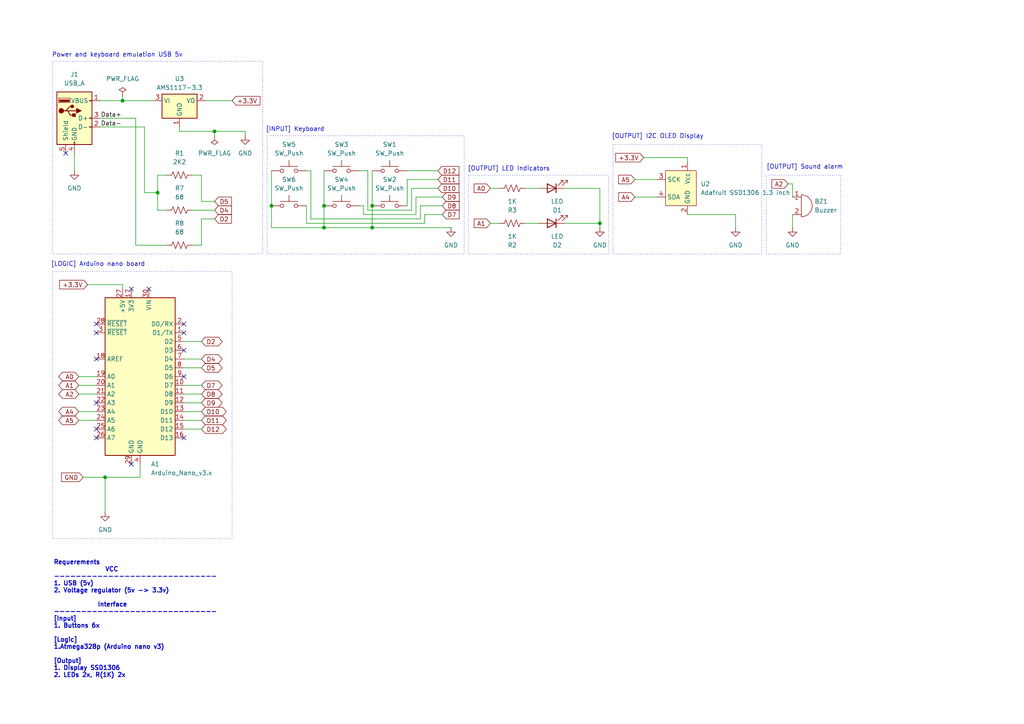
<source format=kicad_sch>
(kicad_sch (version 20250114) (generator "eeschema") (generator_version "9.0")
  (paper "A4")
  (title_block (title "SpeedJeck") (date "2025-11-02") (rev "1") (company "CERCELL") (comment 1 "SpeedJeck") (comment 2 "1v") (comment 3 "Emulation a keyboard typing,") (comment 4 "password manager for PC"))
  (lib_symbols
    (symbol "Arduino_modules:Adafruit_SSD1306"
      (property "Reference" "U" (at 0 2.032 0))
      (property "Value" "Adafruit SSD1306" (at 0 -0.762 0))
      (symbol "Adafruit_SSD1306_1_1"
        (rectangle (start -6.35 -6.35) (end 2.54 -16.51) (fill (type background)))
        (pin input line (at -8.89 -8.89 0) (length 2.54) (name "SCK") (number "3"))
        (pin input line (at -8.89 -13.97 0) (length 2.54) (name "SDA") (number "4"))
        (pin power_in line (at 0 -3.81 270) (length 2.54) (name "Vcc") (number "1"))
        (pin power_in line (at 0 -19.05 90) (length 2.54) (name "GND") (number "2"))
      )
    )
    (symbol "Arduino_modules:Arduino_Nano_v3.x"
      (property "Reference" "A" (at -10.16 23.495 0))
      (property "Value" "Arduino_Nano_v3.x" (at 5.08 -24.13 0))
      (symbol "Arduino_Nano_v3.x_0_1"
        (rectangle (start -10.16 22.86) (end 10.16 -22.86) (stroke (width 0.254)) (fill (type background)))
      )
      (symbol "Arduino_Nano_v3.x_1_1"
        (pin bidirectional line (at -12.7 15.24 0) (length 2.54) (name "D0/RX") (number "2"))
        (pin bidirectional line (at -12.7 12.7 0) (length 2.54) (name "D1/TX") (number "1"))
        (pin bidirectional line (at -12.7 10.16 0) (length 2.54) (name "D2") (number "5"))
        (pin bidirectional line (at -12.7 7.62 0) (length 2.54) (name "D3") (number "6"))
        (pin bidirectional line (at -12.7 5.08 0) (length 2.54) (name "D4") (number "7"))
        (pin bidirectional line (at -12.7 2.54 0) (length 2.54) (name "D5") (number "8"))
        (pin bidirectional line (at -12.7 0 0) (length 2.54) (name "D6") (number "9"))
        (pin bidirectional line (at -12.7 -2.54 0) (length 2.54) (name "D7") (number "10"))
        (pin bidirectional line (at -12.7 -5.08 0) (length 2.54) (name "D8") (number "11"))
        (pin bidirectional line (at -12.7 -7.62 0) (length 2.54) (name "D9") (number "12"))
        (pin bidirectional line (at -12.7 -10.16 0) (length 2.54) (name "D10") (number "13"))
        (pin bidirectional line (at -12.7 -12.7 0) (length 2.54) (name "D11") (number "14"))
        (pin bidirectional line (at -12.7 -15.24 0) (length 2.54) (name "D12") (number "15"))
        (pin bidirectional line (at -12.7 -17.78 0) (length 2.54) (name "D13") (number "16"))
        (pin power_in line (at -2.54 25.4 270) (length 2.54) (name "VIN") (number "30"))
        (pin power_in line (at 0 -25.4 90) (length 2.54) (name "GND") (number "4"))
        (pin power_out line (at 2.54 25.4 270) (length 2.54) (name "3V3") (number "17"))
        (pin power_in line (at 2.54 -25.4 90) (length 2.54) (name "GND") (number "29"))
        (pin power_in line (at 5.08 25.4 270) (length 2.54) (name "+5V") (number "27"))
        (pin input line (at 12.7 15.24 180) (length 2.54) (name "~{RESET}") (number "28"))
        (pin input line (at 12.7 12.7 180) (length 2.54) (name "~{RESET}") (number "3"))
        (pin input line (at 12.7 5.08 180) (length 2.54) (name "AREF") (number "18"))
        (pin bidirectional line (at 12.7 0 180) (length 2.54) (name "A0") (number "19"))
        (pin bidirectional line (at 12.7 -2.54 180) (length 2.54) (name "A1") (number "20"))
        (pin bidirectional line (at 12.7 -5.08 180) (length 2.54) (name "A2") (number "21"))
        (pin bidirectional line (at 12.7 -7.62 180) (length 2.54) (name "A3") (number "22"))
        (pin bidirectional line (at 12.7 -10.16 180) (length 2.54) (name "A4") (number "23"))
        (pin bidirectional line (at 12.7 -12.7 180) (length 2.54) (name "A5") (number "24"))
        (pin bidirectional line (at 12.7 -15.24 180) (length 2.54) (name "A6") (number "25"))
        (pin bidirectional line (at 12.7 -17.78 180) (length 2.54) (name "A7") (number "26"))
      )
    )
    (symbol "Connector:USB_A" (pin_names (offset 1.016))
      (property "Reference" "J" (at -5.08 11.43 0))
      (property "Value" "USB_A" (at -5.08 8.89 0))
      (symbol "USB_A_0_1"
        (rectangle (start -5.08 -7.62) (end 5.08 7.62) (stroke (width 0.254)) (fill (type background)))
        (circle (center -3.81 2.159) (radius 0.635) (stroke (width 0.254)) (fill (type outline)))
        (polyline (pts (xy -3.175 2.159) (xy -2.54 2.159) (xy -1.27 3.429) (xy -0.635 3.429)) (stroke (width 0.254)))
        (polyline (pts (xy -2.54 2.159) (xy -1.905 2.159) (xy -1.27 0.889) (xy 0 0.889)) (stroke (width 0.254)))
        (rectangle (start -1.524 4.826) (end -4.318 5.334) (fill (type outline)))
        (rectangle (start -1.27 4.572) (end -4.572 5.842))
        (circle (center -0.635 3.429) (radius 0.381) (stroke (width 0.254)) (fill (type outline)))
        (rectangle (start -0.127 -7.62) (end 0.127 -6.858))
        (rectangle (start 0.254 1.27) (end -0.508 0.508) (stroke (width 0.254)) (fill (type outline)))
        (polyline (pts (xy 0.635 2.794) (xy 0.635 1.524) (xy 1.905 2.159) (xy 0.635 2.794)) (stroke (width 0.254)) (fill (type outline)))
        (rectangle (start 5.08 4.953) (end 4.318 5.207))
        (rectangle (start 5.08 -0.127) (end 4.318 0.127))
        (rectangle (start 5.08 -2.667) (end 4.318 -2.413))
      )
      (symbol "USB_A_1_1"
        (polyline (pts (xy -1.905 2.159) (xy 0.635 2.159)) (stroke (width 0.254)))
        (pin passive line (at -2.54 -10.16 90) (length 2.54) (name "Shield") (number "5"))
        (pin power_in line (at 0 -10.16 90) (length 2.54) (name "GND") (number "4"))
        (pin power_in line (at 7.62 5.08 180) (length 2.54) (name "VBUS") (number "1"))
        (pin bidirectional line (at 7.62 0 180) (length 2.54) (name "D+") (number "3"))
        (pin bidirectional line (at 7.62 -2.54 180) (length 2.54) (name "D-") (number "2"))
      )
    )
    (symbol "Device:Buzzer" (pin_names (offset 0.0254) (hide yes))
      (property "Reference" "BZ" (at 3.81 1.27 0))
      (property "Value" "Buzzer" (at 3.81 -1.27 0))
      (symbol "Buzzer_0_1"
        (polyline (pts (xy -1.651 1.905) (xy -1.143 1.905)))
        (polyline (pts (xy -1.397 2.159) (xy -1.397 1.651)))
        (arc (start 0 3.175) (mid 3.1612 0) (end 0 -3.175))
        (polyline (pts (xy 0 3.175) (xy 0 -3.175)))
      )
      (symbol "Buzzer_1_1"
        (pin passive line (at -2.54 2.54 0) (length 2.54) (name "+") (number "1"))
        (pin passive line (at -2.54 -2.54 0) (length 2.54) (name "-") (number "2"))
      )
    )
    (symbol "Device:LED" (pin_numbers (hide yes)) (pin_names (offset 1.016) (hide yes))
      (property "Reference" "D" (at 0 2.54 0))
      (property "Value" "LED" (at 0 -2.54 0))
      (symbol "LED_0_1"
        (polyline (pts (xy -3.048 -0.762) (xy -4.572 -2.286) (xy -3.81 -2.286) (xy -4.572 -2.286) (xy -4.572 -1.524)))
        (polyline (pts (xy -1.778 -0.762) (xy -3.302 -2.286) (xy -2.54 -2.286) (xy -3.302 -2.286) (xy -3.302 -1.524)))
        (polyline (pts (xy -1.27 0) (xy 1.27 0)))
        (polyline (pts (xy -1.27 -1.27) (xy -1.27 1.27)) (stroke (width 0.254)))
        (polyline (pts (xy 1.27 -1.27) (xy 1.27 1.27) (xy -1.27 0) (xy 1.27 -1.27)) (stroke (width 0.254)))
      )
      (symbol "LED_1_1"
        (pin passive line (at -3.81 0 0) (length 2.54) (name "K") (number "1"))
        (pin passive line (at 3.81 0 180) (length 2.54) (name "A") (number "2"))
      )
    )
    (symbol "Device:R_US" (pin_numbers (hide yes)) (pin_names (offset 0))
      (property "Reference" "R" (at 2.54 0 90))
      (property "Value" "R_US" (at -2.54 0 90))
      (symbol "R_US_0_1"
        (polyline (pts (xy 0 2.286) (xy 0 2.54)))
        (polyline (pts (xy 0 2.286) (xy 1.016 1.905) (xy 0 1.524) (xy -1.016 1.143) (xy 0 0.762)))
        (polyline (pts (xy 0 0.762) (xy 1.016 0.381) (xy 0 0) (xy -1.016 -0.381) (xy 0 -0.762)))
        (polyline (pts (xy 0 -0.762) (xy 1.016 -1.143) (xy 0 -1.524) (xy -1.016 -1.905) (xy 0 -2.286)))
        (polyline (pts (xy 0 -2.286) (xy 0 -2.54)))
      )
      (symbol "R_US_1_1"
        (pin passive line (at 0 3.81 270) (length 1.27) (name "~") (number "1"))
        (pin passive line (at 0 -3.81 90) (length 1.27) (name "~") (number "2"))
      )
    )
    (symbol "Regulator_Linear:AMS1117-3.3"
      (property "Reference" "U" (at -3.81 3.175 0))
      (property "Value" "AMS1117-3.3" (at 0 3.175 0))
      (symbol "AMS1117-3.3_0_1"
        (rectangle (start -5.08 -5.08) (end 5.08 1.905) (stroke (width 0.254)) (fill (type background)))
      )
      (symbol "AMS1117-3.3_1_1"
        (pin power_in line (at -7.62 0 0) (length 2.54) (name "VI") (number "3"))
        (pin power_in line (at 0 -7.62 90) (length 2.54) (name "GND") (number "1"))
        (pin power_out line (at 7.62 0 180) (length 2.54) (name "VO") (number "2"))
      )
    )
    (symbol "Switch:SW_Push" (pin_numbers (hide yes)) (pin_names (offset 1.016) (hide yes))
      (property "Reference" "SW" (at 1.27 2.54 0))
      (property "Value" "SW_Push" (at 0 -1.524 0))
      (symbol "SW_Push_0_1"
        (circle (center -2.032 0) (radius 0.508))
        (polyline (pts (xy 0 1.27) (xy 0 3.048)))
        (circle (center 2.032 0) (radius 0.508))
        (polyline (pts (xy 2.54 1.27) (xy -2.54 1.27)))
        (pin passive line (at -5.08 0 0) (length 2.54) (name "1") (number "1"))
        (pin passive line (at 5.08 0 180) (length 2.54) (name "2") (number "2"))
      )
    )
    (symbol "power:GND" (power) (pin_numbers (hide yes)) (pin_names (offset 0) (hide yes))
      (property "Value" "GND" (at 0 -3.81 0))
      (symbol "GND_0_1"
        (polyline (pts (xy 0 0) (xy 0 -1.27) (xy 1.27 -1.27) (xy 0 -2.54) (xy -1.27 -1.27) (xy 0 -1.27)))
      )
      (symbol "GND_1_1"
        (pin power_in line (at 0 0 270) (length 0) (name "~") (number "1"))
      )
    )
    (symbol "power:PWR_FLAG" (power) (pin_numbers (hide yes)) (pin_names (offset 0) (hide yes))
      (property "Value" "PWR_FLAG" (at 0 3.81 0))
      (symbol "PWR_FLAG_0_0"
        (pin power_out line (at 0 0 90) (length 0) (name "~") (number "1"))
      )
      (symbol "PWR_FLAG_0_1"
        (polyline (pts (xy 0 0) (xy 0 1.27) (xy -1.016 1.905) (xy 0 2.54) (xy 1.016 1.905) (xy 0 1.27)))
      )
    )
  )
  (rectangle (start 15.24 78.74) (end 67.31 156.21) (stroke (width 0) (type dot)))
  (rectangle (start 222.25 50.8) (end 243.84 73.66) (stroke (width 0) (type dot)))
  (rectangle (start 135.89 50.8) (end 176.53 73.66) (stroke (width 0) (type dot)))
  (rectangle (start 77.47 39.37) (end 134.62 73.66) (stroke (width 0) (type dot)))
  (rectangle (start 15.24 17.78) (end 76.2 73.66) (stroke (width 0) (type dot)))
  (rectangle (start 177.8 41.91) (end 220.98 73.66) (stroke (width 0) (type dot)))
  (text "[INPUT] Keyboard" (at 85.598 37.592 0) (effects (font (size 1.27 1.27))))
  (text "[LOGIC] Arduino nano board" (at 28.448 76.708 0) (effects (font (size 1.27 1.27))))
  (text "Requerements\n			VCC\n------------------------------\n1. USB (5v) \n2. Voltage regulator (5v -> 3.3v)\n\n		   Interface\n------------------------------\n[Input]\n1. Buttons 6x\n\n[Logic]\n1.Atmega328p (Arduino nano v3)\n\n[Output]\n1. Display SSD1306\n2. LEDs 2x, R(1K) 2x\n" (at 15.494 179.578 0) (effects (font (size 1.27 1.27) (thickness 0.254) (bold yes)) (justify left)))
  (text "[OUTPUT] I2C OLED Display" (at 190.754 39.624 0) (effects (font (size 1.27 1.27))))
  (text "[OUTPUT] LED Indicators" (at 147.574 49.022 0) (effects (font (size 1.27 1.27))))
  (text "[OUTPUT] Sound alarm" (at 233.426 48.514 0) (effects (font (size 1.27 1.27))))
  (text "Power and keyboard emulation USB 5v" (at 34.036 16.002 0) (effects (font (size 1.27 1.27))))
  (junction (at 78.74 59.69))
  (junction (at 35.56 29.21))
  (junction (at 93.98 66.04))
  (junction (at 107.95 66.04))
  (junction (at 107.95 59.69))
  (junction (at 45.72 55.88))
  (junction (at 93.98 59.69))
  (junction (at 62.23 38.1))
  (junction (at 30.48 138.43))
  (junction (at 173.99 64.77))
  (no_connect (at 53.34 109.22))
  (no_connect (at 38.1 134.62))
  (no_connect (at 53.34 96.52))
  (no_connect (at 53.34 101.6))
  (no_connect (at 53.34 93.98))
  (no_connect (at 53.34 127))
  (no_connect (at 27.94 124.46))
  (no_connect (at 27.94 116.84))
  (no_connect (at 19.05 44.45))
  (no_connect (at 27.94 104.14))
  (no_connect (at 27.94 93.98))
  (no_connect (at 38.1 83.82))
  (no_connect (at 27.94 96.52))
  (no_connect (at 43.18 83.82))
  (no_connect (at 27.94 127))
  (wire (pts (xy 25.4 82.55) (xy 35.56 82.55)))
  (wire (pts (xy 104.14 59.69) (xy 105.41 59.69)))
  (wire (pts (xy 59.69 29.21) (xy 67.31 29.21)))
  (wire (pts (xy 119.38 54.61) (xy 127 54.61)))
  (wire (pts (xy 58.42 121.92) (xy 53.34 121.92)))
  (wire (pts (xy 39.37 34.29) (xy 39.37 71.12)))
  (wire (pts (xy 52.07 36.83) (xy 52.07 38.1)))
  (wire (pts (xy 39.37 71.12) (xy 48.26 71.12)))
  (wire (pts (xy 163.83 54.61) (xy 173.99 54.61)))
  (wire (pts (xy 228.6 53.34) (xy 229.87 53.34)))
  (wire (pts (xy 128.27 57.15) (xy 120.65 57.15)))
  (wire (pts (xy 35.56 29.21) (xy 44.45 29.21)))
  (wire (pts (xy 22.86 114.3) (xy 27.94 114.3)))
  (wire (pts (xy 104.14 49.53) (xy 106.68 49.53)))
  (wire (pts (xy 107.95 59.69) (xy 107.95 66.04)))
  (wire (pts (xy 45.72 55.88) (xy 45.72 60.96)))
  (wire (pts (xy 120.65 62.23) (xy 120.65 57.15)))
  (wire (pts (xy 71.12 39.37) (xy 71.12 38.1)))
  (wire (pts (xy 213.36 66.04) (xy 213.36 62.23)))
  (wire (pts (xy 58.42 116.84) (xy 53.34 116.84)))
  (wire (pts (xy 173.99 54.61) (xy 173.99 64.77)))
  (wire (pts (xy 29.21 34.29) (xy 39.37 34.29)))
  (wire (pts (xy 22.86 121.92) (xy 27.94 121.92)))
  (wire (pts (xy 121.92 59.69) (xy 128.27 59.69)))
  (wire (pts (xy 62.23 63.5) (xy 58.42 63.5)))
  (wire (pts (xy 186.69 45.72) (xy 199.39 45.72)))
  (wire (pts (xy 128.27 62.23) (xy 123.19 62.23)))
  (wire (pts (xy 190.5 52.07) (xy 184.15 52.07)))
  (wire (pts (xy 93.98 66.04) (xy 78.74 66.04)))
  (wire (pts (xy 29.21 36.83) (xy 41.91 36.83)))
  (wire (pts (xy 58.42 63.5) (xy 58.42 71.12)))
  (wire (pts (xy 45.72 50.8) (xy 45.72 55.88)))
  (wire (pts (xy 58.42 99.06) (xy 53.34 99.06)))
  (wire (pts (xy 107.95 49.53) (xy 107.95 59.69)))
  (wire (pts (xy 123.19 64.77) (xy 123.19 62.23)))
  (wire (pts (xy 29.21 29.21) (xy 35.56 29.21)))
  (wire (pts (xy 156.21 64.77) (xy 152.4 64.77)))
  (wire (pts (xy 41.91 36.83) (xy 41.91 55.88)))
  (wire (pts (xy 40.64 138.43) (xy 40.64 134.62)))
  (wire (pts (xy 156.21 54.61) (xy 152.4 54.61)))
  (wire (pts (xy 35.56 82.55) (xy 35.56 83.82)))
  (wire (pts (xy 105.41 59.69) (xy 105.41 62.23)))
  (wire (pts (xy 88.9 59.69) (xy 88.9 64.77)))
  (wire (pts (xy 229.87 53.34) (xy 229.87 57.15)))
  (wire (pts (xy 22.86 109.22) (xy 27.94 109.22)))
  (wire (pts (xy 184.15 57.15) (xy 190.5 57.15)))
  (wire (pts (xy 106.68 49.53) (xy 106.68 60.96)))
  (wire (pts (xy 199.39 45.72) (xy 199.39 46.99)))
  (wire (pts (xy 90.17 63.5) (xy 121.92 63.5)))
  (wire (pts (xy 58.42 114.3) (xy 53.34 114.3)))
  (wire (pts (xy 106.68 60.96) (xy 119.38 60.96)))
  (wire (pts (xy 55.88 50.8) (xy 58.42 50.8)))
  (wire (pts (xy 30.48 138.43) (xy 40.64 138.43)))
  (wire (pts (xy 90.17 49.53) (xy 90.17 63.5)))
  (wire (pts (xy 24.13 138.43) (xy 30.48 138.43)))
  (wire (pts (xy 105.41 62.23) (xy 120.65 62.23)))
  (wire (pts (xy 58.42 58.42) (xy 58.42 50.8)))
  (wire (pts (xy 21.59 44.45) (xy 21.59 49.53)))
  (wire (pts (xy 58.42 119.38) (xy 53.34 119.38)))
  (wire (pts (xy 88.9 64.77) (xy 123.19 64.77)))
  (wire (pts (xy 229.87 62.23) (xy 229.87 66.04)))
  (wire (pts (xy 22.86 111.76) (xy 27.94 111.76)))
  (wire (pts (xy 121.92 63.5) (xy 121.92 59.69)))
  (wire (pts (xy 78.74 59.69) (xy 78.74 66.04)))
  (wire (pts (xy 127 49.53) (xy 118.11 49.53)))
  (wire (pts (xy 30.48 138.43) (xy 30.48 148.59)))
  (wire (pts (xy 93.98 49.53) (xy 93.98 59.69)))
  (wire (pts (xy 71.12 38.1) (xy 62.23 38.1)))
  (wire (pts (xy 142.24 54.61) (xy 144.78 54.61)))
  (wire (pts (xy 173.99 64.77) (xy 173.99 66.04)))
  (wire (pts (xy 58.42 71.12) (xy 55.88 71.12)))
  (wire (pts (xy 118.11 52.07) (xy 127 52.07)))
  (wire (pts (xy 78.74 49.53) (xy 78.74 59.69)))
  (wire (pts (xy 55.88 60.96) (xy 62.23 60.96)))
  (wire (pts (xy 41.91 55.88) (xy 45.72 55.88)))
  (wire (pts (xy 35.56 27.94) (xy 35.56 29.21)))
  (wire (pts (xy 107.95 66.04) (xy 130.81 66.04)))
  (wire (pts (xy 199.39 62.23) (xy 213.36 62.23)))
  (wire (pts (xy 119.38 60.96) (xy 119.38 54.61)))
  (wire (pts (xy 22.86 119.38) (xy 27.94 119.38)))
  (wire (pts (xy 62.23 58.42) (xy 58.42 58.42)))
  (wire (pts (xy 107.95 66.04) (xy 93.98 66.04)))
  (wire (pts (xy 93.98 59.69) (xy 93.98 66.04)))
  (wire (pts (xy 118.11 59.69) (xy 118.11 52.07)))
  (wire (pts (xy 142.24 64.77) (xy 144.78 64.77)))
  (wire (pts (xy 88.9 49.53) (xy 90.17 49.53)))
  (wire (pts (xy 58.42 111.76) (xy 53.34 111.76)))
  (wire (pts (xy 163.83 64.77) (xy 173.99 64.77)))
  (wire (pts (xy 62.23 38.1) (xy 62.23 39.37)))
  (wire (pts (xy 58.42 106.68) (xy 53.34 106.68)))
  (wire (pts (xy 45.72 60.96) (xy 48.26 60.96)))
  (wire (pts (xy 48.26 50.8) (xy 45.72 50.8)))
  (wire (pts (xy 58.42 124.46) (xy 53.34 124.46)))
  (wire (pts (xy 58.42 104.14) (xy 53.34 104.14)))
  (wire (pts (xy 62.23 38.1) (xy 52.07 38.1)))
  (label "Data-" (at 29.21 36.83 0))
  (label "Data+" (at 29.21 34.29 0))
  (global_label "D2" (shape bidirectional) (at 58.42 99.06 0) (property "Intersheetrefs" "${INTERSHEET_REFS}" (effects (hide yes))))
  (global_label "A5" (shape bidirectional) (at 22.86 121.92 180) (property "Intersheetrefs" "${INTERSHEET_REFS}" (effects (hide yes))))
  (global_label "+3.3V" (shape input) (at 67.31 29.21 0) (property "Intersheetrefs" "${INTERSHEET_REFS}" (effects (hide yes))))
  (global_label "A0" (shape input) (at 142.24 54.61 180) (property "Intersheetrefs" "${INTERSHEET_REFS}" (effects (hide yes))))
  (global_label "D11" (shape bidirectional) (at 58.42 121.92 0) (property "Intersheetrefs" "${INTERSHEET_REFS}" (effects (hide yes))))
  (global_label "+3.3V" (shape input) (at 186.69 45.72 180) (property "Intersheetrefs" "${INTERSHEET_REFS}" (effects (hide yes))))
  (global_label "D8" (shape input) (at 128.27 59.69 0) (property "Intersheetrefs" "${INTERSHEET_REFS}" (effects (hide yes))))
  (global_label "+3.3V" (shape input) (at 25.4 82.55 180) (property "Intersheetrefs" "${INTERSHEET_REFS}" (effects (hide yes))))
  (global_label "D8" (shape bidirectional) (at 58.42 114.3 0) (property "Intersheetrefs" "${INTERSHEET_REFS}" (effects (hide yes))))
  (global_label "D9" (shape input) (at 128.27 57.15 0) (property "Intersheetrefs" "${INTERSHEET_REFS}" (effects (hide yes))))
  (global_label "A2" (shape bidirectional) (at 22.86 114.3 180) (property "Intersheetrefs" "${INTERSHEET_REFS}" (effects (hide yes))))
  (global_label "A0" (shape bidirectional) (at 22.86 109.22 180) (property "Intersheetrefs" "${INTERSHEET_REFS}" (effects (hide yes))))
  (global_label "D10" (shape input) (at 127 54.61 0) (property "Intersheetrefs" "${INTERSHEET_REFS}" (effects (hide yes))))
  (global_label "D4" (shape input) (at 62.23 60.96 0) (property "Intersheetrefs" "${INTERSHEET_REFS}" (effects (hide yes))))
  (global_label "D7" (shape bidirectional) (at 58.42 111.76 0) (property "Intersheetrefs" "${INTERSHEET_REFS}" (effects (hide yes))))
  (global_label "A4" (shape bidirectional) (at 22.86 119.38 180) (property "Intersheetrefs" "${INTERSHEET_REFS}" (effects (hide yes))))
  (global_label "A2" (shape input) (at 228.6 53.34 180) (property "Intersheetrefs" "${INTERSHEET_REFS}" (effects (hide yes))))
  (global_label "A5" (shape input) (at 184.15 52.07 180) (property "Intersheetrefs" "${INTERSHEET_REFS}" (effects (hide yes))))
  (global_label "D2" (shape input) (at 62.23 63.5 0) (property "Intersheetrefs" "${INTERSHEET_REFS}" (effects (hide yes))))
  (global_label "D12" (shape input) (at 127 49.53 0) (property "Intersheetrefs" "${INTERSHEET_REFS}" (effects (hide yes))))
  (global_label "D12" (shape bidirectional) (at 58.42 124.46 0) (property "Intersheetrefs" "${INTERSHEET_REFS}" (effects (hide yes))))
  (global_label "A1" (shape input) (at 142.24 64.77 180) (property "Intersheetrefs" "${INTERSHEET_REFS}" (effects (hide yes))))
  (global_label "D10" (shape bidirectional) (at 58.42 119.38 0) (property "Intersheetrefs" "${INTERSHEET_REFS}" (effects (hide yes))))
  (global_label "D9" (shape bidirectional) (at 58.42 116.84 0) (property "Intersheetrefs" "${INTERSHEET_REFS}" (effects (hide yes))))
  (global_label "D5" (shape input) (at 62.23 58.42 0) (property "Intersheetrefs" "${INTERSHEET_REFS}" (effects (hide yes))))
  (global_label "D4" (shape bidirectional) (at 58.42 104.14 0) (property "Intersheetrefs" "${INTERSHEET_REFS}" (effects (hide yes))))
  (global_label "A1" (shape bidirectional) (at 22.86 111.76 180) (property "Intersheetrefs" "${INTERSHEET_REFS}" (effects (hide yes))))
  (global_label "GND" (shape input) (at 24.13 138.43 180) (property "Intersheetrefs" "${INTERSHEET_REFS}" (effects (hide yes))))
  (global_label "A4" (shape input) (at 184.15 57.15 180) (property "Intersheetrefs" "${INTERSHEET_REFS}" (effects (hide yes))))
  (global_label "D5" (shape bidirectional) (at 58.42 106.68 0) (property "Intersheetrefs" "${INTERSHEET_REFS}" (effects (hide yes))))
  (global_label "D11" (shape input) (at 127 52.07 0) (property "Intersheetrefs" "${INTERSHEET_REFS}" (effects (hide yes))))
  (global_label "D7" (shape input) (at 128.27 62.23 0) (property "Intersheetrefs" "${INTERSHEET_REFS}" (effects (hide yes))))
  (symbol (lib_id "power:GND") (at 229.87 66.04 0) (unit 1)
    (property "Reference" "#PWR02" (effects (hide yes)))
    (property "Value" "GND" (at 229.87 71.12 0))
    (property "Description" "Power symbol creates a global label with name \"GND\" , ground" (effects (hide yes)))
  )
  (symbol (lib_id "power:GND") (at 21.59 49.53 0) (unit 1)
    (property "Reference" "#PWR04" (effects (hide yes)))
    (property "Value" "GND" (at 21.59 54.61 0))
    (property "Description" "Power symbol creates a global label with name \"GND\" , ground" (effects (hide yes)))
  )
  (symbol (lib_id "power:PWR_FLAG") (at 62.23 39.37 180) (unit 1)
    (property "Reference" "#FLG05" (effects (hide yes)))
    (property "Value" "PWR_FLAG" (at 62.23 44.45 0))
    (property "Description" "Special symbol for telling ERC where power comes from" (effects (hide yes)))
  )
  (symbol (lib_id "Switch:SW_Push") (at 99.06 59.69 0) (mirror y) (unit 1)
    (property "Reference" "SW4" (at 99.06 52.07 0))
    (property "Value" "SW_Push" (at 99.06 54.61 0))
    (property "Footprint" "Button_Switch_SMD:SW_Push_1P1T_NO_CK_PTS125Sx73SMTR" (effects (hide yes)))
    (property "Description" "Push button switch, generic, two pins" (effects (hide yes)))
  )
  (symbol (lib_id "power:GND") (at 213.36 66.04 0) (unit 1)
    (property "Reference" "#PWR01" (effects (hide yes)))
    (property "Value" "GND" (at 213.36 71.12 0))
    (property "Description" "Power symbol creates a global label with name \"GND\" , ground" (effects (hide yes)))
  )
  (symbol (lib_id "Device:LED") (at 160.02 64.77 180) (unit 1)
    (property "Reference" "D2" (at 161.6075 71.12 0))
    (property "Value" "LED" (at 161.6075 68.58 0))
    (property "Footprint" "LED_SMD:LED_0402_1005Metric" (effects (hide yes)))
    (property "Description" "Light emitting diode" (effects (hide yes)))
    (property "Sim.Pins" "1=K 2=A" (effects (hide yes)))
  )
  (symbol (lib_id "Device:R_US") (at 148.59 64.77 270) (unit 1)
    (property "Reference" "R2" (at 148.59 71.12 90))
    (property "Value" "1K" (at 148.59 68.58 90))
    (property "Footprint" "Resistor_SMD:R_0402_1005Metric" (effects (hide yes)))
    (property "Description" "Resistor, US symbol" (effects (hide yes)))
  )
  (symbol (lib_id "Switch:SW_Push") (at 83.82 49.53 0) (mirror y) (unit 1)
    (property "Reference" "SW5" (at 83.82 41.91 0))
    (property "Value" "SW_Push" (at 83.82 44.45 0))
    (property "Footprint" "Button_Switch_SMD:SW_Push_1P1T_NO_CK_PTS125Sx73SMTR" (effects (hide yes)))
    (property "Description" "Push button switch, generic, two pins" (effects (hide yes)))
  )
  (symbol (lib_id "Arduino_modules:Adafruit_SSD1306") (at 199.39 43.18 0) (unit 1)
    (property "Reference" "U2" (at 203.2 53.3399 0) (effects (justify left)))
    (property "Value" "Adafruit SSD1306 1.3 inch" (at 203.2 55.8799 0) (effects (justify left)))
    (property "Footprint" "SC:LCD_OLED_128X64_1.3_I2C" (effects (hide yes)))
    (property "Description" "SSD1306 128×64 Mono 1.3 Inch I2C OLED Display" (effects (hide yes)))
  )
  (symbol (lib_id "Device:R_US") (at 148.59 54.61 270) (unit 1)
    (property "Reference" "R3" (at 148.59 60.96 90))
    (property "Value" "1K" (at 148.59 58.42 90))
    (property "Footprint" "Resistor_SMD:R_0402_1005Metric" (effects (hide yes)))
    (property "Description" "Resistor, US symbol" (effects (hide yes)))
  )
  (symbol (lib_id "Switch:SW_Push") (at 83.82 59.69 0) (mirror y) (unit 1)
    (property "Reference" "SW6" (at 83.82 52.07 0))
    (property "Value" "SW_Push" (at 83.82 54.61 0))
    (property "Footprint" "Button_Switch_SMD:SW_Push_1P1T_NO_CK_PTS125Sx73SMTR" (effects (hide yes)))
    (property "Description" "Push button switch, generic, two pins" (effects (hide yes)))
  )
  (symbol (lib_id "Arduino_modules:Arduino_Nano_v3.x") (at 40.64 109.22 0) (mirror y) (unit 1)
    (property "Reference" "A1" (at 43.7581 134.62 0) (effects (justify right)))
    (property "Value" "Arduino_Nano_v3.x" (at 43.7581 137.16 0) (effects (justify right)))
    (property "Footprint" "Module:Arduino_Nano" (effects (hide yes)))
    (property "Datasheet" "http://www.mouser.com/pdfdocs/Gravitech_Arduino_Nano3_0.pdf" (effects (hide yes)))
    (property "Description" "Arduino Nano v3.x" (effects (hide yes)))
  )
  (symbol (lib_id "Device:LED") (at 160.02 54.61 180) (unit 1)
    (property "Reference" "D1" (at 161.6075 60.96 0))
    (property "Value" "LED" (at 161.6075 58.42 0))
    (property "Footprint" "LED_SMD:LED_0402_1005Metric" (effects (hide yes)))
    (property "Description" "Light emitting diode" (effects (hide yes)))
    (property "Sim.Pins" "1=K 2=A" (effects (hide yes)))
  )
  (symbol (lib_id "power:GND") (at 173.99 66.04 0) (unit 1)
    (property "Reference" "#PWR03" (effects (hide yes)))
    (property "Value" "GND" (at 173.99 71.12 0))
    (property "Description" "Power symbol creates a global label with name \"GND\" , ground" (effects (hide yes)))
  )
  (symbol (lib_id "Switch:SW_Push") (at 99.06 49.53 0) (mirror y) (unit 1)
    (property "Reference" "SW3" (at 99.06 41.91 0))
    (property "Value" "SW_Push" (at 99.06 44.45 0))
    (property "Footprint" "Button_Switch_SMD:SW_Push_1P1T_NO_CK_PTS125Sx73SMTR" (effects (hide yes)))
    (property "Description" "Push button switch, generic, two pins" (effects (hide yes)))
  )
  (symbol (lib_id "Device:R_US") (at 52.07 50.8 90) (unit 1)
    (property "Reference" "R1" (at 52.07 44.45 90))
    (property "Value" "2K2" (at 52.07 46.99 90))
    (property "Footprint" "Resistor_SMD:R_0402_1005Metric" (effects (hide yes)))
    (property "Description" "Resistor, US symbol" (effects (hide yes)))
  )
  (symbol (lib_id "Device:R_US") (at 52.07 71.12 270) (unit 1)
    (property "Reference" "R8" (at 52.07 64.77 90))
    (property "Value" "68" (at 52.07 67.31 90))
    (property "Footprint" "Resistor_SMD:R_0402_1005Metric" (effects (hide yes)))
    (property "Description" "Resistor, US symbol" (effects (hide yes)))
  )
  (symbol (lib_id "Device:Buzzer") (at 232.41 59.69 0) (unit 1)
    (property "Reference" "BZ1" (at 236.22 58.4199 0) (effects (justify left)))
    (property "Value" "Buzzer" (at 236.22 60.9599 0) (effects (justify left)))
    (property "Footprint" "Buzzer_Beeper:MagneticBuzzer_ProSignal_ABT-410-RC" (effects (hide yes)))
    (property "Description" "Buzzer, polarized" (effects (hide yes)))
  )
  (symbol (lib_id "power:GND") (at 30.48 148.59 0) (unit 1)
    (property "Reference" "#PWR07" (effects (hide yes)))
    (property "Value" "GND" (at 30.48 153.67 0))
    (property "Description" "Power symbol creates a global label with name \"GND\" , ground" (effects (hide yes)))
  )
  (symbol (lib_id "power:PWR_FLAG") (at 35.56 27.94 0) (unit 1)
    (property "Reference" "#FLG01" (effects (hide yes)))
    (property "Value" "PWR_FLAG" (at 35.56 22.86 0))
    (property "Description" "Special symbol for telling ERC where power comes from" (effects (hide yes)))
  )
  (symbol (lib_id "Regulator_Linear:AMS1117-3.3") (at 52.07 29.21 0) (unit 1)
    (property "Reference" "U3" (at 52.07 22.86 0))
    (property "Value" "AMS1117-3.3" (at 52.07 25.4 0))
    (property "Footprint" "Package_TO_SOT_SMD:SOT-223-3_TabPin2" (effects (hide yes)))
    (property "Datasheet" "http://www.advanced-monolithic.com/pdf/ds1117.pdf" (effects (hide yes)))
    (property "Description" "1A Low Dropout regulator, positive, 3.3V fixed output, SOT-223" (effects (hide yes)))
  )
  (symbol (lib_id "Switch:SW_Push") (at 113.03 59.69 0) (mirror y) (unit 1)
    (property "Reference" "SW2" (at 113.03 52.07 0))
    (property "Value" "SW_Push" (at 113.03 54.61 0))
    (property "Footprint" "Button_Switch_SMD:SW_Push_1P1T_NO_CK_PTS125Sx73SMTR" (effects (hide yes)))
    (property "Description" "Push button switch, generic, two pins" (effects (hide yes)))
  )
  (symbol (lib_id "Switch:SW_Push") (at 113.03 49.53 0) (mirror y) (unit 1)
    (property "Reference" "SW1" (at 113.03 41.91 0))
    (property "Value" "SW_Push" (at 113.03 44.45 0))
    (property "Footprint" "Button_Switch_SMD:SW_Push_1P1T_NO_CK_PTS125Sx73SMTR" (effects (hide yes)))
    (property "Description" "Push button switch, generic, two pins" (effects (hide yes)))
  )
  (symbol (lib_id "Device:R_US") (at 52.07 60.96 90) (unit 1)
    (property "Reference" "R7" (at 52.07 54.61 90))
    (property "Value" "68" (at 52.07 57.15 90))
    (property "Footprint" "Resistor_SMD:R_0402_1005Metric" (effects (hide yes)))
    (property "Description" "Resistor, US symbol" (effects (hide yes)))
  )
  (symbol (lib_id "power:GND") (at 71.12 39.37 0) (unit 1)
    (property "Reference" "#PWR06" (effects (hide yes)))
    (property "Value" "GND" (at 71.12 44.45 0))
    (property "Description" "Power symbol creates a global label with name \"GND\" , ground" (effects (hide yes)))
  )
  (symbol (lib_id "Connector:USB_A") (at 21.59 34.29 0) (unit 1)
    (property "Reference" "J1" (at 21.59 21.59 0))
    (property "Value" "USB_A" (at 21.59 24.13 0))
    (property "Footprint" "Connector_USB:USB_A_TE_292303-7_Horizontal" (effects (hide yes)))
    (property "Description" "USB Type A connector" (effects (hide yes)))
  )
  (symbol (lib_id "power:GND") (at 130.81 66.04 0) (unit 1)
    (property "Reference" "#PWR05" (effects (hide yes)))
    (property "Value" "GND" (at 130.81 71.12 0))
    (property "Description" "Power symbol creates a global label with name \"GND\" , ground" (effects (hide yes)))
  )
)
</source>
